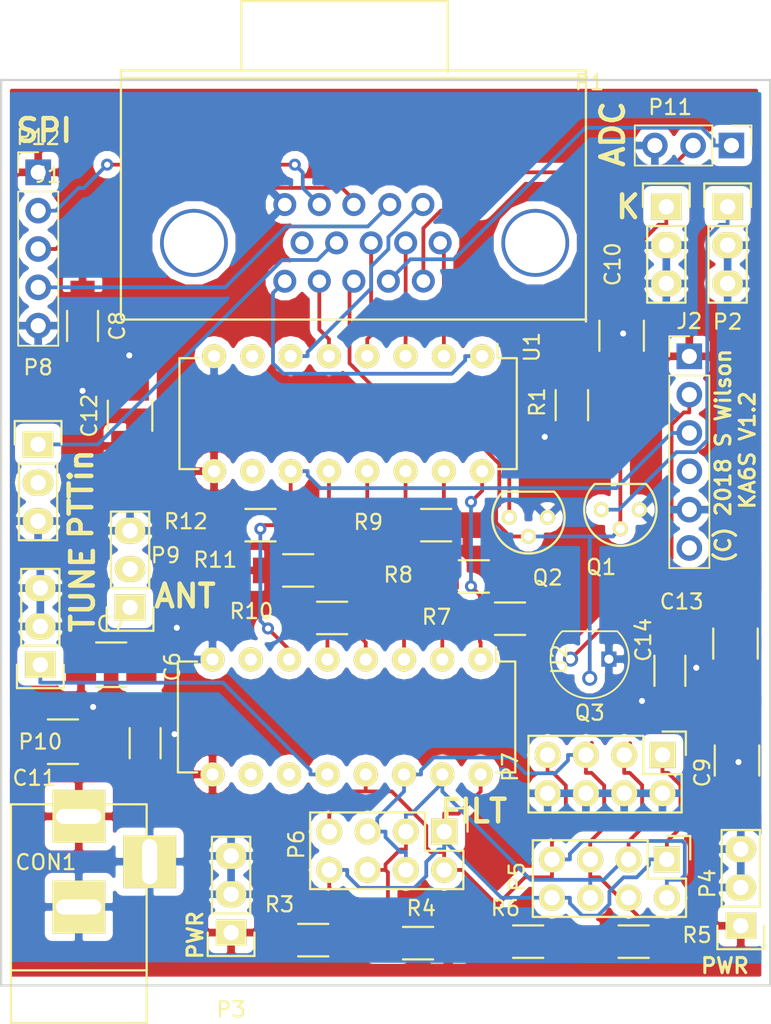
<source format=kicad_pcb>
(kicad_pcb (version 20170920) (host pcbnew "(2017-09-22 revision df472e6)-master")
  (layers (0 F.Cu signal) (31 B.Cu signal) (34 B.Paste user) (35 F.Paste user) (36 B.SilkS user) (37 F.SilkS user) (38 B.Mask user hide) (39 F.Mask user hide) (44 Edge.Cuts user))
  (net 0 "")
  (net 1 GND)
  (net 2 +5V)
  (net 3 /ADC1)
  (net 4 /ADC2)
  (net 5 /PTTout)
  (net 6 /TUNE)
  (net 7 /Out_0)
  (net 8 /Out_1)
  (net 9 /Out_2)
  (net 10 /Out_3)
  (net 11 /PTTin)
  (net 12 /VNA)
  (net 13 /ANT)
  (net 14 /SPI_DATA)
  (net 15 /SPI_CLK)
  (net 16 /SPI_EN)
  (net 17 "Net-(P1-Pad1)")
  (net 18 "Net-(P2-Pad1)")
  (net 19 /OUTA)
  (net 20 /OUTD)
  (net 21 /OUTB)
  (net 22 /OUTC)
  (net 23 "Net-(P8-Pad2)")
  (net 24 "Net-(P9-Pad1)")
  (net 25 "Net-(P9-Pad2)")
  (net 26 "Net-(P10-Pad1)")
  (net 27 /O0N)
  (net 28 /O1N)
  (net 29 /O2N)
  (net 30 /O3N)
  (net 31 /TN)
  (net 32 /AN)
  (net 33 "Net-(U1-Pad7)")
  (net 34 "Net-(U1-Pad10)")
  (net 35 "Net-(U2-Pad10)")
  (net 36 "Net-(U2-Pad7)")
  (net 37 "Net-(J2-Pad2)")
  (net 38 "Net-(J2-Pad4)")
  (net 39 "Net-(J2-Pad6)")
  (net 40 "Net-(U2-Pad11)")
  (module Connect:DB15_Male_HighDensity (layer F.Cu) (at 133.972 78.335)
    (fp_text reference J1 (at -24.84 -7.04) (layer F.SilkS))
    (fp_text value DB15_Male_HighDensity)
    (pad "" thru_hole circle (at -15.185 -2.54) (size 4.5 4.5) (drill 4) (layers *.Cu *.Mask))
    (pad "" thru_hole circle (at 7.45 -2.54) (size 4.5 4.5) (drill 4) (layers *.Cu *.Mask))
    (pad 15 thru_hole circle (at -9.16 -5.08) (size 1.524 1.524) (drill 0.9) (layers *.Cu *.Mask) (net 1 GND))
    (pad 14 thru_hole circle (at -6.87 -5.08) (size 1.524 1.524) (drill 0.9) (layers *.Cu *.Mask) (net 16 /SPI_EN))
    (pad 13 thru_hole circle (at -4.58 -5.08) (size 1.524 1.524) (drill 0.9) (layers *.Cu *.Mask) (net 15 /SPI_CLK))
    (pad 12 thru_hole circle (at -2.2 -5.08) (size 1.524 1.524) (drill 0.9) (layers *.Cu *.Mask) (net 14 /SPI_DATA))
    (pad 11 thru_hole circle (at 0 -5.08) (size 1.524 1.524) (drill 0.9) (layers *.Cu *.Mask) (net 13 /ANT))
    (pad 10 thru_hole circle (at -8.015 -2.54) (size 1.524 1.524) (drill 0.9) (layers *.Cu *.Mask) (net 12 /VNA))
    (pad 9 thru_hole circle (at -5.725 -2.54) (size 1.524 1.524) (drill 0.9) (layers *.Cu *.Mask) (net 11 /PTTin))
    (pad 8 thru_hole circle (at -3.435 -2.54) (size 1.524 1.524) (drill 0.9) (layers *.Cu *.Mask) (net 10 /Out_3))
    (pad 7 thru_hole circle (at -1.145 -2.54) (size 1.524 1.524) (drill 0.9) (layers *.Cu *.Mask) (net 9 /Out_2))
    (pad 6 thru_hole circle (at 1.145 -2.54) (size 1.524 1.524) (drill 0.9) (layers *.Cu *.Mask) (net 8 /Out_1))
    (pad 5 thru_hole circle (at -9.16 0) (size 1.524 1.524) (drill 0.9) (layers *.Cu *.Mask) (net 7 /Out_0))
    (pad 4 thru_hole circle (at -6.87 0) (size 1.524 1.524) (drill 0.9) (layers *.Cu *.Mask) (net 6 /TUNE))
    (pad 3 thru_hole circle (at -4.58 0) (size 1.524 1.524) (drill 0.9) (layers *.Cu *.Mask) (net 5 /PTTout))
    (pad 2 thru_hole circle (at -2.29 0) (size 1.524 1.524) (drill 0.9) (layers *.Cu *.Mask) (net 4 /ADC2))
    (pad 1 thru_hole circle (at 0.03 -0.01) (size 1.524 1.524) (drill 0.9) (layers *.Cu *.Mask) (net 3 /ADC1))
  )
  (module Resistors_SMD:R_1206_HandSoldering (layer F.Cu) (at 147.95 122.1 180)
    (fp_text reference R5 (at -4.196 0.434 180) (layer F.SilkS))
    (fp_text value 10K)
    (pad 2 smd rect (at 2 0 180) (size 2 1.7) (layers F.Cu F.Paste F.Mask) (net 2 +5V))
    (pad 1 smd rect (at -2 0 180) (size 2 1.7) (layers F.Cu F.Paste F.Mask) (net 22 /OUTC))
  )
  (module Capacitors_SMD:C_1210_HandSoldering (layer F.Cu) (at 110.1 108.85)
    (fp_text reference C6 (at 7.248 -4.964 90) (layer F.SilkS))
    (fp_text value 100uF)
    (pad 2 smd rect (at 2 0) (size 2 2.5) (layers F.Cu F.Paste F.Mask) (net 1 GND))
    (pad 1 smd rect (at -2 0) (size 2 2.5) (layers F.Cu F.Paste F.Mask) (net 2 +5V))
  )
  (module Capacitors_SMD:C_1210_HandSoldering (layer F.Cu) (at 113.3 103.75)
    (fp_text reference C7 (at 0 -2.7) (layer F.SilkS))
    (fp_text value 1uF)
    (pad 1 smd rect (at -2 0) (size 2 2.5) (layers F.Cu F.Paste F.Mask) (net 2 +5V))
    (pad 2 smd rect (at 2 0) (size 2 2.5) (layers F.Cu F.Paste F.Mask) (net 1 GND))
  )
  (module Capacitors_SMD:C_1206_HandSoldering (layer F.Cu) (at 111.4 81.3 270)
    (fp_text reference C8 (at 0 -2.3 270) (layer F.SilkS))
    (fp_text value 0.1uF)
    (pad 1 smd rect (at -2 0 270) (size 2 1.6) (layers F.Cu F.Paste F.Mask) (net 2 +5V))
    (pad 2 smd rect (at 2 0 270) (size 2 1.6) (layers F.Cu F.Paste F.Mask) (net 1 GND))
  )
  (module Capacitors_SMD:C_1210_HandSoldering (layer F.Cu) (at 154.8 110.1 90)
    (fp_text reference C9 (at -0.8 -2.3 90) (layer F.SilkS))
    (fp_text value 100uF)
    (pad 2 smd rect (at 2 0 90) (size 2 2.5) (layers F.Cu F.Paste F.Mask) (net 1 GND))
    (pad 1 smd rect (at -2 0 90) (size 2 2.5) (layers F.Cu F.Paste F.Mask) (net 2 +5V))
  )
  (module Capacitors_SMD:C_1210_HandSoldering (layer F.Cu) (at 147.15 81.95 90)
    (fp_text reference C10 (at 4.734 -0.592 90) (layer F.SilkS))
    (fp_text value 1uF)
    (pad 1 smd rect (at -2 0 90) (size 2 2.5) (layers F.Cu F.Paste F.Mask) (net 2 +5V))
    (pad 2 smd rect (at 2 0 90) (size 2 2.5) (layers F.Cu F.Paste F.Mask) (net 1 GND))
  )
  (module Capacitors_SMD:C_1206_HandSoldering (layer F.Cu) (at 115.55 108.95 90)
    (fp_text reference C11 (at -2.302 -7.346 180) (layer F.SilkS))
    (fp_text value 0.1uF)
    (pad 2 smd rect (at 2 0 90) (size 2 1.6) (layers F.Cu F.Paste F.Mask) (net 1 GND))
    (pad 1 smd rect (at -2 0 90) (size 2 1.6) (layers F.Cu F.Paste F.Mask) (net 2 +5V))
  )
  (module Capacitors_SMD:C_1210_HandSoldering (layer F.Cu) (at 114.55 87.25 90)
    (fp_text reference C12 (at 0 -2.7 90) (layer F.SilkS))
    (fp_text value 100uF)
    (pad 2 smd rect (at 2 0 90) (size 2 2.5) (layers F.Cu F.Paste F.Mask) (net 1 GND))
    (pad 1 smd rect (at -2 0 90) (size 2 2.5) (layers F.Cu F.Paste F.Mask) (net 2 +5V))
  )
  (module Capacitors_SMD:C_1210_HandSoldering (layer F.Cu) (at 154.7 102.35 270)
    (fp_text reference C13 (at -2.782 3.57) (layer F.SilkS))
    (fp_text value 1uF)
    (pad 1 smd rect (at -2 0 270) (size 2 2.5) (layers F.Cu F.Paste F.Mask) (net 2 +5V))
    (pad 2 smd rect (at 2 0 270) (size 2 2.5) (layers F.Cu F.Paste F.Mask) (net 1 GND))
  )
  (module Capacitors_SMD:C_1206 (layer F.Cu) (at 150.35 104.15 270)
    (fp_text reference C14 (at -2.042 1.76 270) (layer F.SilkS))
    (fp_text value 0.1uF)
    (pad 1 smd rect (at -1.5 0 270) (size 1 1.6) (layers F.Cu F.Paste F.Mask) (net 2 +5V))
    (pad 2 smd rect (at 1.5 0 270) (size 1 1.6) (layers F.Cu F.Paste F.Mask) (net 1 GND))
  )
  (module Connect:BARREL_JACK (layer F.Cu) (at 111.15 120 90)
    (fp_text reference CON1 (at 3.16 -2.184 180) (layer F.SilkS))
    (fp_text value BARREL_JACK)
    (pad 1 thru_hole rect (at 6.20014 0 90) (size 3.50012 3.50012) (drill oval 1.00076 2.99974) (layers *.Cu *.Mask F.SilkS) (net 2 +5V))
    (pad 2 thru_hole rect (at 0.20066 0 90) (size 3.50012 3.50012) (drill oval 1.00076 2.99974) (layers *.Cu *.Mask F.SilkS) (net 1 GND))
    (pad 3 thru_hole rect (at 3.2004 4.699 90) (size 3.50012 3.50012) (drill oval 2.99974 1.00076) (layers *.Cu *.Mask F.SilkS) (net 1 GND))
  )
  (module Pin_Headers:Pin_Header_Straight_1x03 (layer F.Cu) (at 150.114 73.406)
    (fp_text reference P1 (at -5.1 -8.25) (layer F.SilkS))
    (fp_text value CONN_01X03)
    (pad 3 thru_hole oval (at 0 5.08) (size 2.032 1.7272) (drill 1.016) (layers *.Cu *.Mask F.SilkS) (net 1 GND))
    (pad 2 thru_hole oval (at 0 2.54) (size 2.032 1.7272) (drill 1.016) (layers *.Cu *.Mask F.SilkS) (net 1 GND))
    (pad 1 thru_hole rect (at 0 0) (size 2.032 1.7272) (drill 1.016) (layers *.Cu *.Mask F.SilkS) (net 17 "Net-(P1-Pad1)"))
  )
  (module Pin_Headers:Pin_Header_Straight_1x03 (layer F.Cu) (at 154.178 73.406)
    (fp_text reference P2 (at 0 7.62) (layer F.SilkS))
    (fp_text value CONN_01X03)
    (pad 1 thru_hole rect (at 0 0) (size 2.032 1.7272) (drill 1.016) (layers *.Cu *.Mask F.SilkS) (net 18 "Net-(P2-Pad1)"))
    (pad 2 thru_hole oval (at 0 2.54) (size 2.032 1.7272) (drill 1.016) (layers *.Cu *.Mask F.SilkS) (net 1 GND))
    (pad 3 thru_hole oval (at 0 5.08) (size 2.032 1.7272) (drill 1.016) (layers *.Cu *.Mask F.SilkS) (net 1 GND))
  )
  (module Pin_Headers:Pin_Header_Straight_1x03 (layer F.Cu) (at 121.25 121.5 180)
    (fp_text reference P3 (at 0 -5.1 180) (layer F.SilkS))
    (fp_text value CONN_01X03)
    (pad 1 thru_hole rect (at 0 0 180) (size 2.032 1.7272) (drill 1.016) (layers *.Cu *.Mask F.SilkS) (net 2 +5V))
    (pad 2 thru_hole oval (at 0 2.54 180) (size 2.032 1.7272) (drill 1.016) (layers *.Cu *.Mask F.SilkS) (net 1 GND))
    (pad 3 thru_hole oval (at 0 5.08 180) (size 2.032 1.7272) (drill 1.016) (layers *.Cu *.Mask F.SilkS) (net 1 GND))
  )
  (module Pin_Headers:Pin_Header_Straight_1x03 (layer F.Cu) (at 155.05 121.05 180)
    (fp_text reference P4 (at 2.2 2.8 270) (layer F.SilkS))
    (fp_text value CONN_01X03)
    (pad 3 thru_hole oval (at 0 5.08 180) (size 2.032 1.7272) (drill 1.016) (layers *.Cu *.Mask F.SilkS) (net 1 GND))
    (pad 2 thru_hole oval (at 0 2.54 180) (size 2.032 1.7272) (drill 1.016) (layers *.Cu *.Mask F.SilkS) (net 1 GND))
    (pad 1 thru_hole rect (at 0 0 180) (size 2.032 1.7272) (drill 1.016) (layers *.Cu *.Mask F.SilkS) (net 2 +5V))
  )
  (module Pin_Headers:Pin_Header_Straight_2x04 (layer F.Cu) (at 150.15 116.65 270)
    (fp_text reference P5 (at 1.15 9.95 270) (layer F.SilkS))
    (fp_text value CONN_02X04)
    (pad 8 thru_hole oval (at 2.54 7.62 270) (size 1.7272 1.7272) (drill 1.016) (layers *.Cu *.Mask F.SilkS) (net 19 /OUTA))
    (pad 7 thru_hole oval (at 0 7.62 270) (size 1.7272 1.7272) (drill 1.016) (layers *.Cu *.Mask F.SilkS) (net 20 /OUTD))
    (pad 6 thru_hole oval (at 2.54 5.08 270) (size 1.7272 1.7272) (drill 1.016) (layers *.Cu *.Mask F.SilkS) (net 21 /OUTB))
    (pad 5 thru_hole oval (at 0 5.08 270) (size 1.7272 1.7272) (drill 1.016) (layers *.Cu *.Mask F.SilkS) (net 22 /OUTC))
    (pad 4 thru_hole oval (at 2.54 2.54 270) (size 1.7272 1.7272) (drill 1.016) (layers *.Cu *.Mask F.SilkS) (net 22 /OUTC))
    (pad 3 thru_hole oval (at 0 2.54 270) (size 1.7272 1.7272) (drill 1.016) (layers *.Cu *.Mask F.SilkS) (net 21 /OUTB))
    (pad 2 thru_hole oval (at 2.54 0 270) (size 1.7272 1.7272) (drill 1.016) (layers *.Cu *.Mask F.SilkS) (net 20 /OUTD))
    (pad 1 thru_hole rect (at 0 0 270) (size 1.7272 1.7272) (drill 1.016) (layers *.Cu *.Mask F.SilkS) (net 19 /OUTA))
  )
  (module Pin_Headers:Pin_Header_Straight_2x04 (layer F.Cu) (at 135.382 114.808 270)
    (fp_text reference P6 (at 0.85 9.8 270) (layer F.SilkS))
    (fp_text value CONN_02X04)
    (pad 1 thru_hole rect (at 0 0 270) (size 1.7272 1.7272) (drill 1.016) (layers *.Cu *.Mask F.SilkS) (net 19 /OUTA))
    (pad 2 thru_hole oval (at 2.54 0 270) (size 1.7272 1.7272) (drill 1.016) (layers *.Cu *.Mask F.SilkS) (net 20 /OUTD))
    (pad 3 thru_hole oval (at 0 2.54 270) (size 1.7272 1.7272) (drill 1.016) (layers *.Cu *.Mask F.SilkS) (net 21 /OUTB))
    (pad 4 thru_hole oval (at 2.54 2.54 270) (size 1.7272 1.7272) (drill 1.016) (layers *.Cu *.Mask F.SilkS) (net 22 /OUTC))
    (pad 5 thru_hole oval (at 0 5.08 270) (size 1.7272 1.7272) (drill 1.016) (layers *.Cu *.Mask F.SilkS) (net 22 /OUTC))
    (pad 6 thru_hole oval (at 2.54 5.08 270) (size 1.7272 1.7272) (drill 1.016) (layers *.Cu *.Mask F.SilkS) (net 21 /OUTB))
    (pad 7 thru_hole oval (at 0 7.62 270) (size 1.7272 1.7272) (drill 1.016) (layers *.Cu *.Mask F.SilkS) (net 20 /OUTD))
    (pad 8 thru_hole oval (at 2.54 7.62 270) (size 1.7272 1.7272) (drill 1.016) (layers *.Cu *.Mask F.SilkS) (net 19 /OUTA))
  )
  (module Pin_Headers:Pin_Header_Straight_2x04 (layer F.Cu) (at 149.86 109.728 270)
    (fp_text reference P7 (at 0.8 10.1 270) (layer F.SilkS))
    (fp_text value CONN_02X04)
    (pad 1 thru_hole rect (at 0 0 270) (size 1.7272 1.7272) (drill 1.016) (layers *.Cu *.Mask F.SilkS) (net 19 /OUTA))
    (pad 2 thru_hole oval (at 2.54 0 270) (size 1.7272 1.7272) (drill 1.016) (layers *.Cu *.Mask F.SilkS) (net 1 GND))
    (pad 3 thru_hole oval (at 0 2.54 270) (size 1.7272 1.7272) (drill 1.016) (layers *.Cu *.Mask F.SilkS) (net 21 /OUTB))
    (pad 4 thru_hole oval (at 2.54 2.54 270) (size 1.7272 1.7272) (drill 1.016) (layers *.Cu *.Mask F.SilkS) (net 1 GND))
    (pad 5 thru_hole oval (at 0 5.08 270) (size 1.7272 1.7272) (drill 1.016) (layers *.Cu *.Mask F.SilkS) (net 22 /OUTC))
    (pad 6 thru_hole oval (at 2.54 5.08 270) (size 1.7272 1.7272) (drill 1.016) (layers *.Cu *.Mask F.SilkS) (net 1 GND))
    (pad 7 thru_hole oval (at 0 7.62 270) (size 1.7272 1.7272) (drill 1.016) (layers *.Cu *.Mask F.SilkS) (net 20 /OUTD))
    (pad 8 thru_hole oval (at 2.54 7.62 270) (size 1.7272 1.7272) (drill 1.016) (layers *.Cu *.Mask F.SilkS) (net 1 GND))
  )
  (module Pin_Headers:Pin_Header_Straight_1x03 (layer F.Cu) (at 108.45 89.15)
    (fp_text reference P8 (at 0 -5.1) (layer F.SilkS))
    (fp_text value CONN_01X03)
    (pad 1 thru_hole rect (at 0 0) (size 2.032 1.7272) (drill 1.016) (layers *.Cu *.Mask F.SilkS) (net 11 /PTTin))
    (pad 2 thru_hole oval (at 0 2.54) (size 2.032 1.7272) (drill 1.016) (layers *.Cu *.Mask F.SilkS) (net 23 "Net-(P8-Pad2)"))
    (pad 3 thru_hole oval (at 0 5.08) (size 2.032 1.7272) (drill 1.016) (layers *.Cu *.Mask F.SilkS) (net 1 GND))
  )
  (module Pin_Headers:Pin_Header_Straight_1x03 (layer F.Cu) (at 114.55 99.95 180)
    (fp_text reference P9 (at -2.35 3.45 180) (layer F.SilkS))
    (fp_text value CONN_01X03)
    (pad 1 thru_hole rect (at 0 0 180) (size 2.032 1.7272) (drill 1.016) (layers *.Cu *.Mask F.SilkS) (net 24 "Net-(P9-Pad1)"))
    (pad 2 thru_hole oval (at 0 2.54 180) (size 2.032 1.7272) (drill 1.016) (layers *.Cu *.Mask F.SilkS) (net 25 "Net-(P9-Pad2)"))
    (pad 3 thru_hole oval (at 0 5.08 180) (size 2.032 1.7272) (drill 1.016) (layers *.Cu *.Mask F.SilkS) (net 1 GND))
  )
  (module Pin_Headers:Pin_Header_Straight_1x03 (layer F.Cu) (at 108.6 103.75 180)
    (fp_text reference P10 (at 0 -5.1 180) (layer F.SilkS))
    (fp_text value CONN_01X03)
    (pad 3 thru_hole oval (at 0 5.08 180) (size 2.032 1.7272) (drill 1.016) (layers *.Cu *.Mask F.SilkS) (net 1 GND))
    (pad 2 thru_hole oval (at 0 2.54 180) (size 2.032 1.7272) (drill 1.016) (layers *.Cu *.Mask F.SilkS) (net 1 GND))
    (pad 1 thru_hole rect (at 0 0 180) (size 2.032 1.7272) (drill 1.016) (layers *.Cu *.Mask F.SilkS) (net 26 "Net-(P10-Pad1)"))
  )
  (module TO_SOT_Packages_THT:TO-92_Molded_Narrow (layer F.Cu) (at 148.336 93.472 180)
    (fp_text reference Q1 (at 2.54 -3.81 180) (layer F.SilkS))
    (fp_text value Q_NMOS_SGD)
    (pad 1 thru_hole circle (at 0 0 270) (size 1.00076 1.00076) (drill 0.6) (layers *.Cu *.Mask F.SilkS) (net 1 GND))
    (pad 3 thru_hole circle (at 2.54 0 270) (size 1.00076 1.00076) (drill 0.6) (layers *.Cu *.Mask F.SilkS) (net 18 "Net-(P2-Pad1)"))
    (pad 2 thru_hole circle (at 1.27 -1.27 270) (size 1.00076 1.00076) (drill 0.6) (layers *.Cu *.Mask F.SilkS) (net 5 /PTTout))
  )
  (module TO_SOT_Packages_THT:TO-92_Molded_Narrow (layer F.Cu) (at 142.24 93.98 180)
    (fp_text reference Q2 (at 0 -4 180) (layer F.SilkS))
    (fp_text value Q_NMOS_SGD)
    (pad 2 thru_hole circle (at 1.27 -1.27 270) (size 1.00076 1.00076) (drill 0.6) (layers *.Cu *.Mask F.SilkS) (net 5 /PTTout))
    (pad 3 thru_hole circle (at 2.54 0 270) (size 1.00076 1.00076) (drill 0.6) (layers *.Cu *.Mask F.SilkS) (net 17 "Net-(P1-Pad1)"))
    (pad 1 thru_hole circle (at 0 0 270) (size 1.00076 1.00076) (drill 0.6) (layers *.Cu *.Mask F.SilkS) (net 1 GND))
  )
  (module Resistors_SMD:R_1206_HandSoldering (layer F.Cu) (at 143.85 86.55 270)
    (fp_text reference R1 (at -0.2 2.3 270) (layer F.SilkS))
    (fp_text value 10K)
    (pad 2 smd rect (at 2 0 270) (size 2 1.7) (layers F.Cu F.Paste F.Mask) (net 1 GND))
    (pad 1 smd rect (at -2 0 270) (size 2 1.7) (layers F.Cu F.Paste F.Mask) (net 5 /PTTout))
  )
  (module Resistors_SMD:R_1206_HandSoldering (layer F.Cu) (at 126.7 122 180)
    (fp_text reference R3 (at 2.24 2.366 180) (layer F.SilkS))
    (fp_text value 10K)
    (pad 2 smd rect (at 2 0 180) (size 2 1.7) (layers F.Cu F.Paste F.Mask) (net 2 +5V))
    (pad 1 smd rect (at -2 0 180) (size 2 1.7) (layers F.Cu F.Paste F.Mask) (net 19 /OUTA))
  )
  (module Resistors_SMD:R_1206_HandSoldering (layer F.Cu) (at 133.65 122.2)
    (fp_text reference R4 (at 0.208 -2.312) (layer F.SilkS))
    (fp_text value 10K)
    (pad 1 smd rect (at -2 0) (size 2 1.7) (layers F.Cu F.Paste F.Mask) (net 21 /OUTB))
    (pad 2 smd rect (at 2 0) (size 2 1.7) (layers F.Cu F.Paste F.Mask) (net 2 +5V))
  )
  (module Resistors_SMD:R_1206_HandSoldering (layer F.Cu) (at 140.95 122.1)
    (fp_text reference R6 (at -1.504 -2.212) (layer F.SilkS))
    (fp_text value 10K)
    (pad 1 smd rect (at -2 0) (size 2 1.7) (layers F.Cu F.Paste F.Mask) (net 20 /OUTD))
    (pad 2 smd rect (at 2 0) (size 2 1.7) (layers F.Cu F.Paste F.Mask) (net 2 +5V))
  )
  (module Resistors_SMD:R_1206_HandSoldering (layer F.Cu) (at 139.75 100.7)
    (fp_text reference R7 (at -4.876 -0.116) (layer F.SilkS))
    (fp_text value 10K)
    (pad 1 smd rect (at -2 0) (size 2 1.7) (layers F.Cu F.Paste F.Mask) (net 27 /O0N))
    (pad 2 smd rect (at 2 0) (size 2 1.7) (layers F.Cu F.Paste F.Mask) (net 2 +5V))
  )
  (module Resistors_SMD:R_1206_HandSoldering (layer F.Cu) (at 137.35 97.9)
    (fp_text reference R8 (at -5.016 -0.11) (layer F.SilkS))
    (fp_text value 10K)
    (pad 2 smd rect (at 2 0) (size 2 1.7) (layers F.Cu F.Paste F.Mask) (net 2 +5V))
    (pad 1 smd rect (at -2 0) (size 2 1.7) (layers F.Cu F.Paste F.Mask) (net 28 /O1N))
  )
  (module Resistors_SMD:R_1206_HandSoldering (layer F.Cu) (at 134.85 94.5)
    (fp_text reference R9 (at -4.5 -0.2) (layer F.SilkS))
    (fp_text value 10K)
    (pad 1 smd rect (at -2 0) (size 2 1.7) (layers F.Cu F.Paste F.Mask) (net 29 /O2N))
    (pad 2 smd rect (at 2 0) (size 2 1.7) (layers F.Cu F.Paste F.Mask) (net 2 +5V))
  )
  (module Resistors_SMD:R_1206_HandSoldering (layer F.Cu) (at 127.95 100.65 180)
    (fp_text reference R10 (at 5.35 0.45 180) (layer F.SilkS))
    (fp_text value 10K)
    (pad 2 smd rect (at 2 0 180) (size 2 1.7) (layers F.Cu F.Paste F.Mask) (net 2 +5V))
    (pad 1 smd rect (at -2 0 180) (size 2 1.7) (layers F.Cu F.Paste F.Mask) (net 30 /O3N))
  )
  (module Resistors_SMD:R_1206_HandSoldering (layer F.Cu) (at 125.7 97.5 180)
    (fp_text reference R11 (at 5.5 0.7 180) (layer F.SilkS))
    (fp_text value 10K)
    (pad 1 smd rect (at -2 0 180) (size 2 1.7) (layers F.Cu F.Paste F.Mask) (net 31 /TN))
    (pad 2 smd rect (at 2 0 180) (size 2 1.7) (layers F.Cu F.Paste F.Mask) (net 2 +5V))
  )
  (module Resistors_SMD:R_1206_HandSoldering (layer F.Cu) (at 123.2 94.5 180)
    (fp_text reference R12 (at 4.95 0.25 180) (layer F.SilkS))
    (fp_text value 10K)
    (pad 2 smd rect (at 2 0 180) (size 2 1.7) (layers F.Cu F.Paste F.Mask) (net 2 +5V))
    (pad 1 smd rect (at -2 0 180) (size 2 1.7) (layers F.Cu F.Paste F.Mask) (net 32 /AN))
  )
  (module Housings_DIP:DIP-16_W7.62mm (layer F.Cu) (at 137.9 83.3 270)
    (fp_text reference U1 (at -0.6 -3.3 270) (layer F.SilkS))
    (fp_text value ULN2003)
    (pad 1 thru_hole oval (at 0 0 270) (size 1.6 1.6) (drill 0.8) (layers *.Cu *.Mask F.SilkS) (net 7 /Out_0))
    (pad 2 thru_hole oval (at 0 2.54 270) (size 1.6 1.6) (drill 0.8) (layers *.Cu *.Mask F.SilkS) (net 8 /Out_1))
    (pad 3 thru_hole oval (at 0 5.08 270) (size 1.6 1.6) (drill 0.8) (layers *.Cu *.Mask F.SilkS) (net 9 /Out_2))
    (pad 4 thru_hole oval (at 0 7.62 270) (size 1.6 1.6) (drill 0.8) (layers *.Cu *.Mask F.SilkS) (net 10 /Out_3))
    (pad 5 thru_hole oval (at 0 10.16 270) (size 1.6 1.6) (drill 0.8) (layers *.Cu *.Mask F.SilkS) (net 6 /TUNE))
    (pad 6 thru_hole oval (at 0 12.7 270) (size 1.6 1.6) (drill 0.8) (layers *.Cu *.Mask F.SilkS) (net 13 /ANT))
    (pad 7 thru_hole oval (at 0 15.24 270) (size 1.6 1.6) (drill 0.8) (layers *.Cu *.Mask F.SilkS) (net 33 "Net-(U1-Pad7)"))
    (pad 8 thru_hole oval (at 0 17.78 270) (size 1.6 1.6) (drill 0.8) (layers *.Cu *.Mask F.SilkS) (net 1 GND))
    (pad 9 thru_hole oval (at 7.62 17.78 270) (size 1.6 1.6) (drill 0.8) (layers *.Cu *.Mask F.SilkS) (net 2 +5V))
    (pad 10 thru_hole oval (at 7.62 15.24 270) (size 1.6 1.6) (drill 0.8) (layers *.Cu *.Mask F.SilkS) (net 34 "Net-(U1-Pad10)"))
    (pad 11 thru_hole oval (at 7.62 12.7 270) (size 1.6 1.6) (drill 0.8) (layers *.Cu *.Mask F.SilkS) (net 32 /AN))
    (pad 12 thru_hole oval (at 7.62 10.16 270) (size 1.6 1.6) (drill 0.8) (layers *.Cu *.Mask F.SilkS) (net 31 /TN))
    (pad 13 thru_hole oval (at 7.62 7.62 270) (size 1.6 1.6) (drill 0.8) (layers *.Cu *.Mask F.SilkS) (net 30 /O3N))
    (pad 14 thru_hole oval (at 7.62 5.08 270) (size 1.6 1.6) (drill 0.8) (layers *.Cu *.Mask F.SilkS) (net 29 /O2N))
    (pad 15 thru_hole oval (at 7.62 2.54 270) (size 1.6 1.6) (drill 0.8) (layers *.Cu *.Mask F.SilkS) (net 28 /O1N))
    (pad 16 thru_hole oval (at 7.62 0 270) (size 1.6 1.6) (drill 0.8) (layers *.Cu *.Mask F.SilkS) (net 27 /O0N))
  )
  (module Housings_DIP:DIP-16_W7.62mm (layer F.Cu) (at 137.8 103.4 270)
    (fp_text reference U2 (at 0 -5.22 270) (layer F.SilkS))
    (fp_text value ULN2003)
    (pad 16 thru_hole oval (at 7.62 0 270) (size 1.6 1.6) (drill 0.8) (layers *.Cu *.Mask F.SilkS) (net 19 /OUTA))
    (pad 15 thru_hole oval (at 7.62 2.54 270) (size 1.6 1.6) (drill 0.8) (layers *.Cu *.Mask F.SilkS) (net 21 /OUTB))
    (pad 14 thru_hole oval (at 7.62 5.08 270) (size 1.6 1.6) (drill 0.8) (layers *.Cu *.Mask F.SilkS) (net 22 /OUTC))
    (pad 13 thru_hole oval (at 7.62 7.62 270) (size 1.6 1.6) (drill 0.8) (layers *.Cu *.Mask F.SilkS) (net 20 /OUTD))
    (pad 12 thru_hole oval (at 7.62 10.16 270) (size 1.6 1.6) (drill 0.8) (layers *.Cu *.Mask F.SilkS) (net 26 "Net-(P10-Pad1)"))
    (pad 11 thru_hole oval (at 7.62 12.7 270) (size 1.6 1.6) (drill 0.8) (layers *.Cu *.Mask F.SilkS) (net 40 "Net-(U2-Pad11)"))
    (pad 10 thru_hole oval (at 7.62 15.24 270) (size 1.6 1.6) (drill 0.8) (layers *.Cu *.Mask F.SilkS) (net 35 "Net-(U2-Pad10)"))
    (pad 9 thru_hole oval (at 7.62 17.78 270) (size 1.6 1.6) (drill 0.8) (layers *.Cu *.Mask F.SilkS) (net 2 +5V))
    (pad 8 thru_hole oval (at 0 17.78 270) (size 1.6 1.6) (drill 0.8) (layers *.Cu *.Mask F.SilkS) (net 1 GND))
    (pad 7 thru_hole oval (at 0 15.24 270) (size 1.6 1.6) (drill 0.8) (layers *.Cu *.Mask F.SilkS) (net 36 "Net-(U2-Pad7)"))
    (pad 6 thru_hole oval (at 0 12.7 270) (size 1.6 1.6) (drill 0.8) (layers *.Cu *.Mask F.SilkS) (net 32 /AN))
    (pad 5 thru_hole oval (at 0 10.16 270) (size 1.6 1.6) (drill 0.8) (layers *.Cu *.Mask F.SilkS) (net 31 /TN))
    (pad 4 thru_hole oval (at 0 7.62 270) (size 1.6 1.6) (drill 0.8) (layers *.Cu *.Mask F.SilkS) (net 30 /O3N))
    (pad 3 thru_hole oval (at 0 5.08 270) (size 1.6 1.6) (drill 0.8) (layers *.Cu *.Mask F.SilkS) (net 29 /O2N))
    (pad 2 thru_hole oval (at 0 2.54 270) (size 1.6 1.6) (drill 0.8) (layers *.Cu *.Mask F.SilkS) (net 28 /O1N))
    (pad 1 thru_hole oval (at 0 0 270) (size 1.6 1.6) (drill 0.8) (layers *.Cu *.Mask F.SilkS) (net 27 /O0N))
  )
  (module TO_SOT_Packages_THT:TO-92_Molded_Narrow (layer F.Cu) (at 146.304 103.378 180)
    (fp_text reference Q3 (at 1.27 -3.56 180) (layer F.SilkS))
    (fp_text value Q_NMOS_SGD)
    (pad 2 thru_hole circle (at 1.27 -1.27 270) (size 1 1) (drill 0.6) (layers *.Cu *.Mask) (net 5 /PTTout))
    (pad 3 thru_hole circle (at 2.54 0 270) (size 1 1) (drill 0.6) (layers *.Cu *.Mask) (net 37 "Net-(J2-Pad2)"))
    (pad 1 thru_hole rect (at 0 0 270) (size 1 1) (drill 0.6) (layers *.Cu *.Mask) (net 1 GND))
  )
  (module Pin_Headers:Pin_Header_Straight_1x06_Pitch2.54mm (layer F.Cu) (at 151.638 83.312)
    (fp_text reference J2 (at 0 -2.33) (layer F.SilkS))
    (fp_text value Conn_01x06)
    (pad 1 thru_hole rect (at 0 0) (size 1.7 1.7) (drill 1) (layers *.Cu *.Mask) (net 2 +5V))
    (pad 2 thru_hole oval (at 0 2.54) (size 1.7 1.7) (drill 1) (layers *.Cu *.Mask) (net 37 "Net-(J2-Pad2)"))
    (pad 3 thru_hole oval (at 0 5.08) (size 1.7 1.7) (drill 1) (layers *.Cu *.Mask) (net 32 /AN))
    (pad 4 thru_hole oval (at 0 7.62) (size 1.7 1.7) (drill 1) (layers *.Cu *.Mask) (net 38 "Net-(J2-Pad4)"))
    (pad 5 thru_hole oval (at 0 10.16) (size 1.7 1.7) (drill 1) (layers *.Cu *.Mask) (net 1 GND))
    (pad 6 thru_hole oval (at 0 12.7) (size 1.7 1.7) (drill 1) (layers *.Cu *.Mask) (net 39 "Net-(J2-Pad6)"))
  )
  (module Pin_Headers:Pin_Header_Straight_1x03_Pitch2.54mm (layer F.Cu) (at 154.432 69.342 270)
    (fp_text reference P11 (at -2.54 4.064) (layer F.SilkS))
    (fp_text value CONN_01X03)
    (pad 1 thru_hole rect (at 0 0 270) (size 1.7 1.7) (drill 1) (layers *.Cu *.Mask) (net 4 /ADC2))
    (pad 2 thru_hole oval (at 0 2.54 270) (size 1.7 1.7) (drill 1) (layers *.Cu *.Mask) (net 3 /ADC1))
    (pad 3 thru_hole oval (at 0 5.08 270) (size 1.7 1.7) (drill 1) (layers *.Cu *.Mask) (net 1 GND))
  )
  (module Pin_Headers:Pin_Header_Straight_1x05_Pitch2.54mm (layer F.Cu) (at 108.458 71.12)
    (fp_text reference P12 (at 0 -2.33) (layer F.SilkS))
    (fp_text value CONN_01X05)
    (pad 1 thru_hole rect (at 0 0) (size 1.7 1.7) (drill 1) (layers *.Cu *.Mask) (net 2 +5V))
    (pad 2 thru_hole oval (at 0 2.54) (size 1.7 1.7) (drill 1) (layers *.Cu *.Mask) (net 16 /SPI_EN))
    (pad 3 thru_hole oval (at 0 5.08) (size 1.7 1.7) (drill 1) (layers *.Cu *.Mask) (net 15 /SPI_CLK))
    (pad 4 thru_hole oval (at 0 7.62) (size 1.7 1.7) (drill 1) (layers *.Cu *.Mask) (net 14 /SPI_DATA))
    (pad 5 thru_hole oval (at 0 10.16) (size 1.7 1.7) (drill 1) (layers *.Cu *.Mask) (net 1 GND))
  )
  (gr_text "ANT\n" (at 118.2 99.2) (layer F.SilkS) (effects (font (size 1.5 1.5) (thickness 0.3))))
  (gr_text "(C) 2018 S Wilson\n KA6S V1.2\n" (at 154.686 89.916 90) (layer F.SilkS) (effects (font (size 1 1) (thickness 0.2))))
  (gr_text "TUNE\n" (at 111.4 98.75 90) (layer F.SilkS) (effects (font (size 1.5 1.5) (thickness 0.3))))
  (gr_text "PTTin\n" (at 111.3 92.45 90) (layer F.SilkS) (effects (font (size 1.5 1.5) (thickness 0.3))))
  (gr_text FILT (at 137.35 113.45) (layer F.SilkS) (effects (font (size 1.5 1.5) (thickness 0.3))))
  (gr_text K (at 147.574 73.406) (layer F.SilkS) (effects (font (size 1.5 1.5) (thickness 0.3))))
  (gr_text "ADC\n" (at 146.558 68.58 90) (layer F.SilkS) (effects (font (size 1.5 1.5) (thickness 0.3))))
  (gr_text "PWR\n" (at 154 123.7) (layer F.SilkS) (effects (font (size 1 1) (thickness 0.2))))
  (gr_text PWR (at 118.872 121.666 90) (layer F.SilkS) (effects (font (size 1 1) (thickness 0.2))))
  (gr_text SPI (at 108.85 68.35) (layer F.SilkS) (effects (font (size 1.5 1.5) (thickness 0.3))))
  (gr_line (start 106 125) (end 106 65) (angle 90) (layer Edge.Cuts) (width 0.15))
  (gr_line (start 157 125) (end 106 125) (angle 90) (layer Edge.Cuts) (width 0.15))
  (gr_line (start 157 65) (end 157 125) (angle 90) (layer Edge.Cuts) (width 0.15))
  (gr_line (start 106 65) (end 157 65) (angle 90) (layer Edge.Cuts) (width 0.15))
  (via (at 142.05 88.65) (size 0.8) (layers F.Cu B.Cu) (net 1))
  (via (at 147.25 81.8) (size 0.8) (layers F.Cu B.Cu) (net 1))
  (via (at 148.5 106.15) (size 0.8) (layers F.Cu B.Cu) (net 1))
  (via (at 154.9 110.2) (size 0.8) (layers F.Cu B.Cu) (net 1))
  (via (at 152.1 103.95) (size 0.8) (layers F.Cu B.Cu) (net 1))
  (via (at 112.1 106.55) (size 0.8) (layers F.Cu B.Cu) (net 1))
  (via (at 117.5 108.35) (size 0.8) (layers F.Cu B.Cu) (net 1))
  (via (at 117.65 101.3) (size 0.8) (layers F.Cu B.Cu) (net 1))
  (via (at 114.5 83.25) (size 0.8) (layers F.Cu B.Cu) (net 1))
  (via (at 111.4 85.6) (size 0.8) (layers F.Cu B.Cu) (net 1))
  (segment (start 142.15 88.55) (end 142.05 88.65) (width 0.25) (layer F.Cu) (net 1))
  (segment (start 143.85 88.55) (end 142.15 88.55) (width 0.25) (layer F.Cu) (net 1))
  (segment (start 147.15 81.7) (end 147.25 81.8) (width 0.25) (layer F.Cu) (net 1))
  (segment (start 147.15 79.95) (end 147.15 81.7) (width 0.25) (layer F.Cu) (net 1))
  (segment (start 149 105.65) (end 148.5 106.15) (width 0.25) (layer F.Cu) (net 1))
  (segment (start 150.35 105.65) (end 149 105.65) (width 0.25) (layer F.Cu) (net 1))
  (segment (start 154.7 104.35) (end 154.55 104.35) (width 0.25) (layer F.Cu) (net 1))
  (segment (start 154.8 110.1) (end 154.9 110.2) (width 0.25) (layer F.Cu) (net 1))
  (segment (start 154.8 108.1) (end 154.8 110.1) (width 0.25) (layer F.Cu) (net 1))
  (segment (start 112.1 108.85) (end 112.1 106.55) (width 0.25) (layer F.Cu) (net 1))
  (segment (start 116.1 106.95) (end 117.5 108.35) (width 0.25) (layer F.Cu) (net 1))
  (segment (start 115.55 106.95) (end 116.1 106.95) (width 0.25) (layer F.Cu) (net 1))
  (segment (start 115.3 103.65) (end 117.65 101.3) (width 0.25) (layer F.Cu) (net 1))
  (segment (start 115.3 103.75) (end 115.3 103.65) (width 0.25) (layer F.Cu) (net 1))
  (segment (start 114.55 83.3) (end 114.5 83.25) (width 0.25) (layer F.Cu) (net 1))
  (segment (start 114.55 85.25) (end 114.55 83.3) (width 0.25) (layer F.Cu) (net 1))
  (segment (start 111.4 83.3) (end 111.4 85.6) (width 0.25) (layer F.Cu) (net 1))
  (segment (start 154.7 104.35) (end 154.55 104.35) (width 0.25) (layer F.Cu) (net 1))
  (segment (start 152.5 104.35) (end 152.1 103.95) (width 0.25) (layer F.Cu) (net 1))
  (segment (start 154.55 104.35) (end 152.5 104.35) (width 0.25) (layer F.Cu) (net 1))
  (segment (start 134.002 78.325) (end 134.002 74.82) (width 0.25) (layer F.Cu) (net 3))
  (segment (start 134.002 74.82) (end 135.162 73.66) (width 0.25) (layer F.Cu) (net 3))
  (segment (start 135.162 73.66) (end 137.922 73.66) (width 0.25) (layer F.Cu) (net 3))
  (segment (start 137.922 73.66) (end 140.462 71.12) (width 0.25) (layer F.Cu) (net 3))
  (segment (start 140.462 71.12) (end 150.114 71.12) (width 0.25) (layer F.Cu) (net 3))
  (segment (start 150.114 71.12) (end 151.892 69.342) (width 0.25) (layer F.Cu) (net 3))
  (segment (start 134.053 78.3759) (end 134.002 78.325) (width 0.25) (layer B.Cu) (net 3))
  (segment (start 133.1346 76.8824) (end 131.682 78.335) (width 0.25) (layer B.Cu) (net 4))
  (segment (start 136.0295 76.8824) (end 133.1346 76.8824) (width 0.25) (layer B.Cu) (net 4))
  (segment (start 144.746 68.1659) (end 136.0295 76.8824) (width 0.25) (layer B.Cu) (net 4))
  (segment (start 152.4479 68.1659) (end 144.746 68.1659) (width 0.25) (layer B.Cu) (net 4))
  (segment (start 153.2567 68.9747) (end 152.4479 68.1659) (width 0.25) (layer B.Cu) (net 4))
  (segment (start 153.2567 69.342) (end 153.2567 68.9747) (width 0.25) (layer B.Cu) (net 4))
  (segment (start 154.432 69.342) (end 153.2567 69.342) (width 0.25) (layer B.Cu) (net 4))
  (segment (start 129.1055 78.6215) (end 129.392 78.335) (width 0.25) (layer F.Cu) (net 5))
  (segment (start 129.1055 83.7733) (end 129.1055 78.6215) (width 0.25) (layer F.Cu) (net 5))
  (segment (start 130.6917 85.3595) (end 129.1055 83.7733) (width 0.25) (layer F.Cu) (net 5))
  (segment (start 133.949 85.3595) (end 130.6917 85.3595) (width 0.25) (layer F.Cu) (net 5))
  (segment (start 139.0376 90.4481) (end 133.949 85.3595) (width 0.25) (layer F.Cu) (net 5))
  (segment (start 139.0376 93.142) (end 139.0376 90.4481) (width 0.25) (layer F.Cu) (net 5))
  (segment (start 138.8256 93.354) (end 139.0376 93.142) (width 0.25) (layer F.Cu) (net 5))
  (segment (start 138.8256 94.3296) (end 138.8256 93.354) (width 0.25) (layer F.Cu) (net 5))
  (segment (start 139.746 95.25) (end 138.8256 94.3296) (width 0.25) (layer F.Cu) (net 5))
  (segment (start 140.97 95.25) (end 139.746 95.25) (width 0.25) (layer F.Cu) (net 5))
  (segment (start 145.034 104.648) (end 145.034 95.25) (width 0.25) (layer B.Cu) (net 5))
  (segment (start 146.558 95.25) (end 145.034 95.25) (width 0.25) (layer B.Cu) (net 5))
  (segment (start 147.066 94.742) (end 146.558 95.25) (width 0.25) (layer B.Cu) (net 5))
  (segment (start 145.034 95.25) (end 140.97 95.25) (width 0.25) (layer B.Cu) (net 5))
  (segment (start 143.85 84.55) (end 144.144 84.55) (width 0.25) (layer F.Cu) (net 5))
  (segment (start 144.144 84.55) (end 144.438 84.55) (width 0.25) (layer F.Cu) (net 5))
  (segment (start 147.066 87.472) (end 147.066 94.742) (width 0.25) (layer F.Cu) (net 5))
  (segment (start 144.144 84.55) (end 147.066 87.472) (width 0.25) (layer F.Cu) (net 5))
  (segment (start 127.102 81.5367) (end 127.102 78.335) (width 0.25) (layer F.Cu) (net 6))
  (segment (start 127.74 82.1747) (end 127.102 81.5367) (width 0.25) (layer F.Cu) (net 6))
  (segment (start 127.74 83.3) (end 127.74 82.1747) (width 0.25) (layer F.Cu) (net 6))
  (segment (start 137.9 83.5) (end 137.9 83.3) (width 0.25) (layer F.Cu) (net 7))
  (segment (start 124.0285 79.1185) (end 124.812 78.335) (width 0.25) (layer B.Cu) (net 7))
  (segment (start 124.0285 83.7763) (end 124.0285 79.1185) (width 0.25) (layer B.Cu) (net 7))
  (segment (start 124.7183 84.4661) (end 124.0285 83.7763) (width 0.25) (layer B.Cu) (net 7))
  (segment (start 135.8899 84.4661) (end 124.7183 84.4661) (width 0.25) (layer B.Cu) (net 7))
  (segment (start 136.7747 83.5813) (end 135.8899 84.4661) (width 0.25) (layer B.Cu) (net 7))
  (segment (start 136.7747 83.3) (end 136.7747 83.5813) (width 0.25) (layer B.Cu) (net 7))
  (segment (start 137.9 83.3) (end 136.7747 83.3) (width 0.25) (layer B.Cu) (net 7))
  (segment (start 135.36 76.038) (end 135.117 75.795) (width 0.25) (layer F.Cu) (net 8))
  (segment (start 135.36 76.038) (end 135.36 83.3) (width 0.25) (layer F.Cu) (net 8))
  (segment (start 132.827 82.1677) (end 132.827 75.795) (width 0.25) (layer F.Cu) (net 9))
  (segment (start 132.82 82.1747) (end 132.827 82.1677) (width 0.25) (layer F.Cu) (net 9))
  (segment (start 132.82 83.3) (end 132.82 82.1747) (width 0.25) (layer F.Cu) (net 9))
  (segment (start 130.537 81.9177) (end 130.537 75.795) (width 0.25) (layer F.Cu) (net 10))
  (segment (start 130.28 82.1747) (end 130.537 81.9177) (width 0.25) (layer F.Cu) (net 10))
  (segment (start 130.28 83.3) (end 130.28 82.1747) (width 0.25) (layer F.Cu) (net 10))
  (segment (start 128.078 75.795) (end 128.1042 75.795) (width 0.25) (layer B.Cu) (net 11))
  (segment (start 128.1042 75.795) (end 128.247 75.795) (width 0.25) (layer B.Cu) (net 11))
  (segment (start 112.419 89.15) (end 108.45 89.15) (width 0.25) (layer B.Cu) (net 11))
  (segment (start 124.639 76.93) (end 112.419 89.15) (width 0.25) (layer B.Cu) (net 11))
  (segment (start 126.9692 76.93) (end 124.639 76.93) (width 0.25) (layer B.Cu) (net 11))
  (segment (start 128.1042 75.795) (end 126.9692 76.93) (width 0.25) (layer B.Cu) (net 11))
  (segment (start 133.795 73.255) (end 133.8292 73.255) (width 0.25) (layer B.Cu) (net 13))
  (segment (start 133.8292 73.255) (end 133.972 73.255) (width 0.25) (layer B.Cu) (net 13))
  (segment (start 126.3253 83.0264) (end 126.3253 83.3) (width 0.25) (layer B.Cu) (net 13))
  (segment (start 130.537 78.8147) (end 126.3253 83.0264) (width 0.25) (layer B.Cu) (net 13))
  (segment (start 130.537 77.3594) (end 130.537 78.8147) (width 0.25) (layer B.Cu) (net 13))
  (segment (start 131.682 76.2144) (end 130.537 77.3594) (width 0.25) (layer B.Cu) (net 13))
  (segment (start 131.682 75.4022) (end 131.682 76.2144) (width 0.25) (layer B.Cu) (net 13))
  (segment (start 133.8292 73.255) (end 131.682 75.4022) (width 0.25) (layer B.Cu) (net 13))
  (segment (start 125.2 83.3) (end 126.3253 83.3) (width 0.25) (layer B.Cu) (net 13))
  (segment (start 130.3194 74.7076) (end 131.772 73.255) (width 0.25) (layer B.Cu) (net 14))
  (segment (start 124.8973 74.7076) (end 130.3194 74.7076) (width 0.25) (layer B.Cu) (net 14))
  (segment (start 120.8649 78.74) (end 124.8973 74.7076) (width 0.25) (layer B.Cu) (net 14))
  (segment (start 108.458 78.74) (end 120.8649 78.74) (width 0.25) (layer B.Cu) (net 14))
  (segment (start 129.392 73.255) (end 129.392 72.942) (width 0.25) (layer F.Cu) (net 15))
  (segment (start 113.6831 72.1502) (end 109.6333 76.2) (width 0.25) (layer F.Cu) (net 15))
  (segment (start 128.6002 72.1502) (end 113.6831 72.1502) (width 0.25) (layer F.Cu) (net 15))
  (segment (start 129.392 72.942) (end 128.6002 72.1502) (width 0.25) (layer F.Cu) (net 15))
  (segment (start 108.458 76.2) (end 109.6333 76.2) (width 0.25) (layer F.Cu) (net 15))
  (segment (start 126.0035 72.1565) (end 126.0035 71.1395) (width 0.25) (layer B.Cu) (net 16))
  (segment (start 126.0035 71.1395) (end 125.476 70.612) (width 0.25) (layer B.Cu) (net 16))
  (via (at 125.476 70.612) (size 0.8) (drill 0.4) (layers F.Cu B.Cu) (net 16))
  (segment (start 125.476 70.612) (end 113.03 70.612) (width 0.25) (layer F.Cu) (net 16))
  (via (at 113.03 70.612) (size 0.8) (drill 0.4) (layers F.Cu B.Cu) (net 16))
  (segment (start 113.03 70.612) (end 111.4855 72.1565) (width 0.25) (layer B.Cu) (net 16))
  (segment (start 111.4855 72.1565) (end 111.1368 72.1565) (width 0.25) (layer B.Cu) (net 16))
  (segment (start 126.0035 72.1565) (end 127.102 73.255) (width 0.25) (layer B.Cu) (net 16))
  (segment (start 109.6333 73.66) (end 111.1368 72.1565) (width 0.25) (layer B.Cu) (net 16))
  (segment (start 108.458 73.66) (end 109.6333 73.66) (width 0.25) (layer B.Cu) (net 16))
  (segment (start 149.5939 74.5949) (end 150.114 74.5949) (width 0.25) (layer F.Cu) (net 17))
  (segment (start 139.7 84.4888) (end 149.5939 74.5949) (width 0.25) (layer F.Cu) (net 17))
  (segment (start 139.7 93.98) (end 139.7 84.4888) (width 0.25) (layer F.Cu) (net 17))
  (segment (start 150.114 73.406) (end 150.114 74.5949) (width 0.25) (layer F.Cu) (net 17))
  (segment (start 153.6577 74.5949) (end 154.178 74.5949) (width 0.25) (layer B.Cu) (net 18))
  (segment (start 152.8269 75.4257) (end 153.6577 74.5949) (width 0.25) (layer B.Cu) (net 18))
  (segment (start 152.8269 88.887) (end 152.8269 75.4257) (width 0.25) (layer B.Cu) (net 18))
  (segment (start 152.0519 89.662) (end 152.8269 88.887) (width 0.25) (layer B.Cu) (net 18))
  (segment (start 150.7825 89.662) (end 152.0519 89.662) (width 0.25) (layer B.Cu) (net 18))
  (segment (start 146.9725 93.472) (end 150.7825 89.662) (width 0.25) (layer B.Cu) (net 18))
  (segment (start 145.796 93.472) (end 146.9725 93.472) (width 0.25) (layer B.Cu) (net 18))
  (segment (start 154.178 73.406) (end 154.178 74.5949) (width 0.25) (layer B.Cu) (net 18))
  (segment (start 136.3262 113.6191) (end 135.382 113.6191) (width 0.25) (layer F.Cu) (net 19))
  (segment (start 137.8 112.1453) (end 136.3262 113.6191) (width 0.25) (layer F.Cu) (net 19))
  (segment (start 137.8 111.02) (end 137.8 112.1453) (width 0.25) (layer F.Cu) (net 19))
  (segment (start 135.382 114.808) (end 135.382 113.6191) (width 0.25) (layer F.Cu) (net 19))
  (segment (start 128.7 119.4749) (end 128.7 122) (width 0.25) (layer F.Cu) (net 19))
  (segment (start 127.762 118.5369) (end 128.7 119.4749) (width 0.25) (layer F.Cu) (net 19))
  (segment (start 127.762 117.348) (end 127.762 118.5369) (width 0.25) (layer F.Cu) (net 19))
  (segment (start 143.7189 119.5616) (end 143.7189 119.19) (width 0.25) (layer B.Cu) (net 19))
  (segment (start 144.5362 120.3789) (end 143.7189 119.5616) (width 0.25) (layer B.Cu) (net 19))
  (segment (start 145.5793 120.3789) (end 144.5362 120.3789) (width 0.25) (layer B.Cu) (net 19))
  (segment (start 146.34 119.6182) (end 145.5793 120.3789) (width 0.25) (layer B.Cu) (net 19))
  (segment (start 146.34 118.7775) (end 146.34 119.6182) (width 0.25) (layer B.Cu) (net 19))
  (segment (start 147.2786 117.8389) (end 146.34 118.7775) (width 0.25) (layer B.Cu) (net 19))
  (segment (start 148.1438 117.8389) (end 147.2786 117.8389) (width 0.25) (layer B.Cu) (net 19))
  (segment (start 148.9611 117.0216) (end 148.1438 117.8389) (width 0.25) (layer B.Cu) (net 19))
  (segment (start 148.9611 116.65) (end 148.9611 117.0216) (width 0.25) (layer B.Cu) (net 19))
  (segment (start 150.15 116.65) (end 148.9611 116.65) (width 0.25) (layer B.Cu) (net 19))
  (segment (start 142.53 119.19) (end 143.7189 119.19) (width 0.25) (layer B.Cu) (net 19))
  (segment (start 128.9509 117.7196) (end 128.9509 117.348) (width 0.25) (layer B.Cu) (net 19))
  (segment (start 129.7682 118.5369) (end 128.9509 117.7196) (width 0.25) (layer B.Cu) (net 19))
  (segment (start 133.4069 118.5369) (end 129.7682 118.5369) (width 0.25) (layer B.Cu) (net 19))
  (segment (start 134.1931 117.7507) (end 133.4069 118.5369) (width 0.25) (layer B.Cu) (net 19))
  (segment (start 134.1931 116.8142) (end 134.1931 117.7507) (width 0.25) (layer B.Cu) (net 19))
  (segment (start 135.0104 115.9969) (end 134.1931 116.8142) (width 0.25) (layer B.Cu) (net 19))
  (segment (start 135.382 115.9969) (end 135.0104 115.9969) (width 0.25) (layer B.Cu) (net 19))
  (segment (start 127.762 117.348) (end 128.9509 117.348) (width 0.25) (layer B.Cu) (net 19))
  (segment (start 135.382 114.808) (end 135.382 115.3965) (width 0.25) (layer B.Cu) (net 19))
  (segment (start 135.382 115.3965) (end 135.382 115.9969) (width 0.25) (layer B.Cu) (net 19))
  (segment (start 139.1755 119.19) (end 142.53 119.19) (width 0.25) (layer B.Cu) (net 19))
  (segment (start 135.382 115.3965) (end 139.1755 119.19) (width 0.25) (layer B.Cu) (net 19))
  (segment (start 150.2316 110.9169) (end 149.86 110.9169) (width 0.25) (layer F.Cu) (net 19))
  (segment (start 151.0489 111.7342) (end 150.2316 110.9169) (width 0.25) (layer F.Cu) (net 19))
  (segment (start 151.0489 114.5622) (end 151.0489 111.7342) (width 0.25) (layer F.Cu) (net 19))
  (segment (start 150.15 115.4611) (end 151.0489 114.5622) (width 0.25) (layer F.Cu) (net 19))
  (segment (start 150.15 116.65) (end 150.15 115.4611) (width 0.25) (layer F.Cu) (net 19))
  (segment (start 149.86 109.728) (end 149.86 110.9169) (width 0.25) (layer F.Cu) (net 19))
  (segment (start 143.4486 114.5425) (end 142.53 115.4611) (width 0.25) (layer F.Cu) (net 20))
  (segment (start 143.4486 111.754) (end 143.4486 114.5425) (width 0.25) (layer F.Cu) (net 20))
  (segment (start 142.6115 110.9169) (end 143.4486 111.754) (width 0.25) (layer F.Cu) (net 20))
  (segment (start 142.24 110.9169) (end 142.6115 110.9169) (width 0.25) (layer F.Cu) (net 20))
  (segment (start 142.24 109.728) (end 142.24 110.9169) (width 0.25) (layer F.Cu) (net 20))
  (segment (start 142.53 116.65) (end 142.53 115.4611) (width 0.25) (layer F.Cu) (net 20))
  (segment (start 138.95 122.1) (end 138.95 121.0873) (width 0.25) (layer F.Cu) (net 20))
  (segment (start 142.53 116.65) (end 142.53 117.8389) (width 0.25) (layer F.Cu) (net 20))
  (segment (start 151.0417 118.0011) (end 150.15 118.0011) (width 0.25) (layer B.Cu) (net 20))
  (segment (start 151.3389 117.7039) (end 151.0417 118.0011) (width 0.25) (layer B.Cu) (net 20))
  (segment (start 151.3389 115.5975) (end 151.3389 117.7039) (width 0.25) (layer B.Cu) (net 20))
  (segment (start 151.172 115.4306) (end 151.3389 115.5975) (width 0.25) (layer B.Cu) (net 20))
  (segment (start 144.5668 115.4306) (end 151.172 115.4306) (width 0.25) (layer B.Cu) (net 20))
  (segment (start 143.7189 116.2785) (end 144.5668 115.4306) (width 0.25) (layer B.Cu) (net 20))
  (segment (start 143.7189 116.65) (end 143.7189 116.2785) (width 0.25) (layer B.Cu) (net 20))
  (segment (start 142.53 116.65) (end 143.7189 116.65) (width 0.25) (layer B.Cu) (net 20))
  (segment (start 150.15 119.19) (end 150.15 118.0011) (width 0.25) (layer B.Cu) (net 20))
  (segment (start 129.2358 112.1453) (end 127.762 113.6191) (width 0.25) (layer F.Cu) (net 20))
  (segment (start 130.18 112.1453) (end 129.2358 112.1453) (width 0.25) (layer F.Cu) (net 20))
  (segment (start 127.762 114.808) (end 127.762 113.6191) (width 0.25) (layer F.Cu) (net 20))
  (segment (start 135.382 117.348) (end 136.5709 117.348) (width 0.25) (layer F.Cu) (net 20))
  (segment (start 138.95 121.0873) (end 138.95 119.6165) (width 0.25) (layer F.Cu) (net 20))
  (segment (start 140.7276 117.8389) (end 138.95 119.6165) (width 0.25) (layer F.Cu) (net 20))
  (segment (start 142.53 117.8389) (end 140.7276 117.8389) (width 0.25) (layer F.Cu) (net 20))
  (segment (start 138.8394 119.6165) (end 136.5709 117.348) (width 0.25) (layer F.Cu) (net 20))
  (segment (start 138.95 119.6165) (end 138.8394 119.6165) (width 0.25) (layer F.Cu) (net 20))
  (segment (start 130.18 111.02) (end 130.18 112.0327) (width 0.25) (layer F.Cu) (net 20))
  (segment (start 130.18 112.0327) (end 130.18 112.1453) (width 0.25) (layer F.Cu) (net 20))
  (segment (start 134.4903 116.1591) (end 135.382 116.1591) (width 0.25) (layer F.Cu) (net 20))
  (segment (start 134.1931 115.8619) (end 134.4903 116.1591) (width 0.25) (layer F.Cu) (net 20))
  (segment (start 134.1931 114.4318) (end 134.1931 115.8619) (width 0.25) (layer F.Cu) (net 20))
  (segment (start 131.9066 112.1453) (end 134.1931 114.4318) (width 0.25) (layer F.Cu) (net 20))
  (segment (start 130.18 112.1453) (end 131.9066 112.1453) (width 0.25) (layer F.Cu) (net 20))
  (segment (start 135.382 117.348) (end 135.382 116.1591) (width 0.25) (layer F.Cu) (net 20))
  (segment (start 147.61 116.65) (end 147.61 116.3555) (width 0.25) (layer B.Cu) (net 21))
  (segment (start 147.61 116.3555) (end 147.61 116.061) (width 0.25) (layer B.Cu) (net 21))
  (segment (start 145.9644 118.0011) (end 145.07 118.0011) (width 0.25) (layer B.Cu) (net 21))
  (segment (start 147.61 116.3555) (end 145.9644 118.0011) (width 0.25) (layer B.Cu) (net 21))
  (segment (start 131.4909 116.9765) (end 131.4909 117.348) (width 0.25) (layer F.Cu) (net 21))
  (segment (start 132.4705 115.9969) (end 131.4909 116.9765) (width 0.25) (layer F.Cu) (net 21))
  (segment (start 132.842 115.9969) (end 132.4705 115.9969) (width 0.25) (layer F.Cu) (net 21))
  (segment (start 132.842 114.808) (end 132.842 115.9969) (width 0.25) (layer F.Cu) (net 21))
  (segment (start 130.302 117.348) (end 131.4909 117.348) (width 0.25) (layer F.Cu) (net 21))
  (segment (start 131.65 117.5071) (end 131.4909 117.348) (width 0.25) (layer F.Cu) (net 21))
  (segment (start 131.65 122.2) (end 131.65 117.5071) (width 0.25) (layer F.Cu) (net 21))
  (segment (start 145.07 119.19) (end 145.07 118.1137) (width 0.25) (layer B.Cu) (net 21))
  (segment (start 145.07 118.1137) (end 145.07 118.0011) (width 0.25) (layer B.Cu) (net 21))
  (segment (start 141.1158 118.0011) (end 135.26 112.1453) (width 0.25) (layer B.Cu) (net 21))
  (segment (start 145.07 118.0011) (end 141.1158 118.0011) (width 0.25) (layer B.Cu) (net 21))
  (segment (start 135.26 111.02) (end 135.26 111.5826) (width 0.25) (layer B.Cu) (net 21))
  (segment (start 135.26 111.5826) (end 135.26 112.1453) (width 0.25) (layer B.Cu) (net 21))
  (segment (start 133.2235 113.6191) (end 132.842 113.6191) (width 0.25) (layer B.Cu) (net 21))
  (segment (start 135.26 111.5826) (end 133.2235 113.6191) (width 0.25) (layer B.Cu) (net 21))
  (segment (start 132.842 114.808) (end 132.842 113.6191) (width 0.25) (layer B.Cu) (net 21))
  (segment (start 147.71 108.95) (end 147.71 109.195) (width 0.25) (layer F.Cu) (net 21))
  (segment (start 147.71 109.195) (end 147.71 109.44) (width 0.25) (layer F.Cu) (net 21))
  (segment (start 147.32 109.585) (end 147.32 109.728) (width 0.25) (layer F.Cu) (net 21))
  (segment (start 147.71 109.195) (end 147.32 109.585) (width 0.25) (layer F.Cu) (net 21))
  (segment (start 147.6916 110.9169) (end 147.32 110.9169) (width 0.25) (layer F.Cu) (net 21))
  (segment (start 148.5089 111.7342) (end 147.6916 110.9169) (width 0.25) (layer F.Cu) (net 21))
  (segment (start 148.5089 114.5622) (end 148.5089 111.7342) (width 0.25) (layer F.Cu) (net 21))
  (segment (start 147.61 115.4611) (end 148.5089 114.5622) (width 0.25) (layer F.Cu) (net 21))
  (segment (start 147.61 116.65) (end 147.61 115.4611) (width 0.25) (layer F.Cu) (net 21))
  (segment (start 147.32 109.728) (end 147.32 110.9169) (width 0.25) (layer F.Cu) (net 21))
  (segment (start 131.4909 115.1795) (end 131.4909 114.808) (width 0.25) (layer B.Cu) (net 22))
  (segment (start 132.4705 116.1591) (end 131.4909 115.1795) (width 0.25) (layer B.Cu) (net 22))
  (segment (start 132.842 116.1591) (end 132.4705 116.1591) (width 0.25) (layer B.Cu) (net 22))
  (segment (start 132.842 117.348) (end 132.842 116.1591) (width 0.25) (layer B.Cu) (net 22))
  (segment (start 147.61 119.19) (end 147.61 119.7785) (width 0.25) (layer F.Cu) (net 22))
  (segment (start 145.07 116.65) (end 145.07 117.8389) (width 0.25) (layer F.Cu) (net 22))
  (segment (start 145.17 108.95) (end 145.17 108.9462) (width 0.25) (layer F.Cu) (net 22))
  (segment (start 145.17 108.9462) (end 145.17 108.92) (width 0.25) (layer F.Cu) (net 22))
  (segment (start 145.6704 117.8389) (end 145.07 117.8389) (width 0.25) (layer F.Cu) (net 22))
  (segment (start 147.61 119.7785) (end 145.6704 117.8389) (width 0.25) (layer F.Cu) (net 22))
  (segment (start 148.6247 120.7932) (end 147.61 119.7785) (width 0.25) (layer F.Cu) (net 22))
  (segment (start 148.6247 122.1) (end 148.6247 120.7932) (width 0.25) (layer F.Cu) (net 22))
  (segment (start 149.95 122.1) (end 148.6247 122.1) (width 0.25) (layer F.Cu) (net 22))
  (segment (start 130.302 114.808) (end 130.9421 114.808) (width 0.25) (layer B.Cu) (net 22))
  (segment (start 130.9421 114.808) (end 131.4909 114.808) (width 0.25) (layer B.Cu) (net 22))
  (segment (start 130.9421 113.9232) (end 132.72 112.1453) (width 0.25) (layer B.Cu) (net 22))
  (segment (start 130.9421 114.808) (end 130.9421 113.9232) (width 0.25) (layer B.Cu) (net 22))
  (segment (start 132.72 111.02) (end 132.72 112.1453) (width 0.25) (layer B.Cu) (net 22))
  (segment (start 144.78 109.3362) (end 144.78 109.728) (width 0.25) (layer F.Cu) (net 22))
  (segment (start 145.17 108.9462) (end 144.78 109.3362) (width 0.25) (layer F.Cu) (net 22))
  (segment (start 145.9895 114.5416) (end 145.07 115.4611) (width 0.25) (layer F.Cu) (net 22))
  (segment (start 145.9895 111.7549) (end 145.9895 114.5416) (width 0.25) (layer F.Cu) (net 22))
  (segment (start 145.1515 110.9169) (end 145.9895 111.7549) (width 0.25) (layer F.Cu) (net 22))
  (segment (start 144.78 110.9169) (end 145.1515 110.9169) (width 0.25) (layer F.Cu) (net 22))
  (segment (start 144.78 109.728) (end 144.78 110.9169) (width 0.25) (layer F.Cu) (net 22))
  (segment (start 145.07 116.65) (end 145.07 115.4611) (width 0.25) (layer F.Cu) (net 22))
  (segment (start 133.8453 110.7386) (end 133.8453 111.02) (width 0.25) (layer B.Cu) (net 22))
  (segment (start 134.6892 109.8947) (end 133.8453 110.7386) (width 0.25) (layer B.Cu) (net 22))
  (segment (start 139.7247 109.8947) (end 134.6892 109.8947) (width 0.25) (layer B.Cu) (net 22))
  (segment (start 140.7731 110.9431) (end 139.7247 109.8947) (width 0.25) (layer B.Cu) (net 22))
  (segment (start 142.7475 110.9431) (end 140.7731 110.9431) (width 0.25) (layer B.Cu) (net 22))
  (segment (start 143.5911 110.0995) (end 142.7475 110.9431) (width 0.25) (layer B.Cu) (net 22))
  (segment (start 143.5911 109.728) (end 143.5911 110.0995) (width 0.25) (layer B.Cu) (net 22))
  (segment (start 144.78 109.728) (end 143.5911 109.728) (width 0.25) (layer B.Cu) (net 22))
  (segment (start 132.72 111.02) (end 133.8453 111.02) (width 0.25) (layer B.Cu) (net 22))
  (segment (start 120.7149 104.9389) (end 108.6 104.9389) (width 0.25) (layer B.Cu) (net 26))
  (segment (start 126.5147 110.7387) (end 120.7149 104.9389) (width 0.25) (layer B.Cu) (net 26))
  (segment (start 126.5147 111.02) (end 126.5147 110.7387) (width 0.25) (layer B.Cu) (net 26))
  (segment (start 127.64 111.02) (end 126.5147 111.02) (width 0.25) (layer B.Cu) (net 26))
  (segment (start 108.6 103.75) (end 108.6 104.9389) (width 0.25) (layer B.Cu) (net 26))
  (segment (start 137.75 100.7) (end 137.75 99.142) (width 0.25) (layer F.Cu) (net 27))
  (segment (start 137.75 99.142) (end 137.16 98.552) (width 0.25) (layer F.Cu) (net 27))
  (via (at 137.16 98.552) (size 0.8) (drill 0.4) (layers F.Cu B.Cu) (net 27))
  (segment (start 137.16 98.552) (end 137.16 96.774) (width 0.25) (layer B.Cu) (net 27))
  (segment (start 137.16 96.774) (end 137.16 92.964) (width 0.25) (layer B.Cu) (net 27))
  (via (at 137.16 92.964) (size 0.8) (drill 0.4) (layers F.Cu B.Cu) (net 27))
  (segment (start 137.16 92.964) (end 137.9 92.224) (width 0.25) (layer F.Cu) (net 27))
  (segment (start 137.9 92.224) (end 137.9 90.92) (width 0.25) (layer F.Cu) (net 27))
  (segment (start 137.75 102.2247) (end 137.75 100.7) (width 0.25) (layer F.Cu) (net 27))
  (segment (start 137.8 102.2747) (end 137.75 102.2247) (width 0.25) (layer F.Cu) (net 27))
  (segment (start 137.8 103.4) (end 137.8 102.2747) (width 0.25) (layer F.Cu) (net 27))
  (segment (start 135.36 96.7147) (end 135.35 96.7247) (width 0.25) (layer F.Cu) (net 28))
  (segment (start 135.36 90.92) (end 135.36 96.7147) (width 0.25) (layer F.Cu) (net 28))
  (segment (start 135.35 97.9) (end 135.35 96.7247) (width 0.25) (layer F.Cu) (net 28))
  (segment (start 135.26 99.1653) (end 135.35 99.0753) (width 0.25) (layer F.Cu) (net 28))
  (segment (start 135.26 103.4) (end 135.26 99.1653) (width 0.25) (layer F.Cu) (net 28))
  (segment (start 135.35 97.9) (end 135.35 99.0753) (width 0.25) (layer F.Cu) (net 28))
  (segment (start 132.72 95.8053) (end 132.85 95.6753) (width 0.25) (layer F.Cu) (net 29))
  (segment (start 132.72 103.4) (end 132.72 95.8053) (width 0.25) (layer F.Cu) (net 29))
  (segment (start 132.85 94.5) (end 132.85 95.6753) (width 0.25) (layer F.Cu) (net 29))
  (segment (start 132.82 93.2947) (end 132.85 93.3247) (width 0.25) (layer F.Cu) (net 29))
  (segment (start 132.82 90.92) (end 132.82 93.2947) (width 0.25) (layer F.Cu) (net 29))
  (segment (start 132.85 94.5) (end 132.85 93.3247) (width 0.25) (layer F.Cu) (net 29))
  (segment (start 129.95 102.0447) (end 129.95 100.65) (width 0.25) (layer F.Cu) (net 30))
  (segment (start 130.18 102.2747) (end 129.95 102.0447) (width 0.25) (layer F.Cu) (net 30))
  (segment (start 130.18 103.4) (end 130.18 102.2747) (width 0.25) (layer F.Cu) (net 30))
  (segment (start 130.28 99.1447) (end 129.95 99.4747) (width 0.25) (layer F.Cu) (net 30))
  (segment (start 130.28 90.92) (end 130.28 99.1447) (width 0.25) (layer F.Cu) (net 30))
  (segment (start 129.95 100.65) (end 129.95 99.4747) (width 0.25) (layer F.Cu) (net 30))
  (segment (start 127.64 98.7353) (end 127.7 98.6753) (width 0.25) (layer F.Cu) (net 31))
  (segment (start 127.64 103.4) (end 127.64 98.7353) (width 0.25) (layer F.Cu) (net 31))
  (segment (start 127.7 97.5) (end 127.7 98.6753) (width 0.25) (layer F.Cu) (net 31))
  (segment (start 127.74 96.2847) (end 127.7 96.3247) (width 0.25) (layer F.Cu) (net 31))
  (segment (start 127.74 90.92) (end 127.74 96.2847) (width 0.25) (layer F.Cu) (net 31))
  (segment (start 127.7 97.5) (end 127.7 96.3247) (width 0.25) (layer F.Cu) (net 31))
  (segment (start 125.1 103.4) (end 125.1 102.748) (width 0.25) (layer F.Cu) (net 32))
  (segment (start 125.1 102.748) (end 123.698 101.346) (width 0.25) (layer F.Cu) (net 32))
  (via (at 123.698 101.346) (size 0.8) (drill 0.4) (layers F.Cu B.Cu) (net 32))
  (segment (start 123.698 101.346) (end 123.19 100.838) (width 0.25) (layer B.Cu) (net 32))
  (segment (start 123.19 100.838) (end 123.19 94.742) (width 0.25) (layer B.Cu) (net 32))
  (via (at 123.19 94.742) (size 0.8) (drill 0.4) (layers F.Cu B.Cu) (net 32))
  (segment (start 123.19 94.742) (end 123.432 94.5) (width 0.25) (layer F.Cu) (net 32))
  (segment (start 123.432 94.5) (end 125.2 94.5) (width 0.25) (layer F.Cu) (net 32))
  (segment (start 125.2 90.92) (end 125.2 94.5) (width 0.25) (layer F.Cu) (net 32))
  (segment (start 126.3253 91.2014) (end 126.3253 90.92) (width 0.25) (layer B.Cu) (net 32))
  (segment (start 127.1692 92.0453) (end 126.3253 91.2014) (width 0.25) (layer B.Cu) (net 32))
  (segment (start 146.8094 92.0453) (end 127.1692 92.0453) (width 0.25) (layer B.Cu) (net 32))
  (segment (start 150.4627 88.392) (end 146.8094 92.0453) (width 0.25) (layer B.Cu) (net 32))
  (segment (start 151.638 88.392) (end 150.4627 88.392) (width 0.25) (layer B.Cu) (net 32))
  (segment (start 125.2 90.92) (end 126.3253 90.92) (width 0.25) (layer B.Cu) (net 32))
  (segment (start 150.4627 96.6793) (end 143.764 103.378) (width 0.25) (layer F.Cu) (net 37))
  (segment (start 150.4627 87.8352) (end 150.4627 96.6793) (width 0.25) (layer F.Cu) (net 37))
  (segment (start 151.2706 87.0273) (end 150.4627 87.8352) (width 0.25) (layer F.Cu) (net 37))
  (segment (start 151.638 87.0273) (end 151.2706 87.0273) (width 0.25) (layer F.Cu) (net 37))
  (segment (start 151.638 85.852) (end 151.638 87.0273) (width 0.25) (layer F.Cu) (net 37))
  (zone (net 1) (net_name GND) (layer B.Cu) (connect_pads (clearance 0.508)) (min_thickness 0.254) (fill yes (arc_segments 16) (thermal_gap 0.508) (thermal_bridge_width 0.508))
    (polygon (pts (xy 106.45 65.8) (xy 156.6 65.8) (xy 156.6 123.55) (xy 106.3 123.45) (xy 106.55 65.9)))
  )
  (zone (net 2) (net_name +5V) (layer F.Cu) (connect_pads (clearance 0.508)) (min_thickness 0.254) (fill yes (arc_segments 16) (thermal_gap 0.508) (thermal_bridge_width 0.508))
    (polygon (pts (xy 106.3 65.55) (xy 156.2 65.55) (xy 156.6 124.7) (xy 106.15 124.6) (xy 106.15 65.4)))
  )
)
</source>
